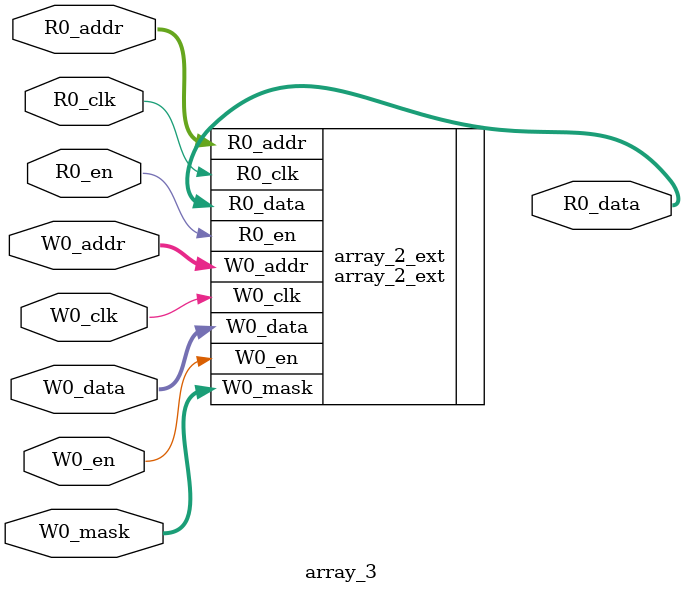
<source format=sv>
`ifndef RANDOMIZE
  `ifdef RANDOMIZE_MEM_INIT
    `define RANDOMIZE
  `endif // RANDOMIZE_MEM_INIT
`endif // not def RANDOMIZE
`ifndef RANDOMIZE
  `ifdef RANDOMIZE_REG_INIT
    `define RANDOMIZE
  `endif // RANDOMIZE_REG_INIT
`endif // not def RANDOMIZE

`ifndef RANDOM
  `define RANDOM $random
`endif // not def RANDOM

// Users can define INIT_RANDOM as general code that gets injected into the
// initializer block for modules with registers.
`ifndef INIT_RANDOM
  `define INIT_RANDOM
`endif // not def INIT_RANDOM

// If using random initialization, you can also define RANDOMIZE_DELAY to
// customize the delay used, otherwise 0.002 is used.
`ifndef RANDOMIZE_DELAY
  `define RANDOMIZE_DELAY 0.002
`endif // not def RANDOMIZE_DELAY

// Define INIT_RANDOM_PROLOG_ for use in our modules below.
`ifndef INIT_RANDOM_PROLOG_
  `ifdef RANDOMIZE
    `ifdef VERILATOR
      `define INIT_RANDOM_PROLOG_ `INIT_RANDOM
    `else  // VERILATOR
      `define INIT_RANDOM_PROLOG_ `INIT_RANDOM #`RANDOMIZE_DELAY begin end
    `endif // VERILATOR
  `else  // RANDOMIZE
    `define INIT_RANDOM_PROLOG_
  `endif // RANDOMIZE
`endif // not def INIT_RANDOM_PROLOG_

// Include register initializers in init blocks unless synthesis is set
`ifndef SYNTHESIS
  `ifndef ENABLE_INITIAL_REG_
    `define ENABLE_INITIAL_REG_
  `endif // not def ENABLE_INITIAL_REG_
`endif // not def SYNTHESIS

// Include rmemory initializers in init blocks unless synthesis is set
`ifndef SYNTHESIS
  `ifndef ENABLE_INITIAL_MEM_
    `define ENABLE_INITIAL_MEM_
  `endif // not def ENABLE_INITIAL_MEM_
`endif // not def SYNTHESIS

// Standard header to adapt well known macros for prints and assertions.

// Users can define 'PRINTF_COND' to add an extra gate to prints.
`ifndef PRINTF_COND_
  `ifdef PRINTF_COND
    `define PRINTF_COND_ (`PRINTF_COND)
  `else  // PRINTF_COND
    `define PRINTF_COND_ 1
  `endif // PRINTF_COND
`endif // not def PRINTF_COND_

// Users can define 'ASSERT_VERBOSE_COND' to add an extra gate to assert error printing.
`ifndef ASSERT_VERBOSE_COND_
  `ifdef ASSERT_VERBOSE_COND
    `define ASSERT_VERBOSE_COND_ (`ASSERT_VERBOSE_COND)
  `else  // ASSERT_VERBOSE_COND
    `define ASSERT_VERBOSE_COND_ 1
  `endif // ASSERT_VERBOSE_COND
`endif // not def ASSERT_VERBOSE_COND_

// Users can define 'STOP_COND' to add an extra gate to stop conditions.
`ifndef STOP_COND_
  `ifdef STOP_COND
    `define STOP_COND_ (`STOP_COND)
  `else  // STOP_COND
    `define STOP_COND_ 1
  `endif // STOP_COND
`endif // not def STOP_COND_

module array_3(	// ventus/src/SRAMTemplate/SRAMTemplate.scala:96:26
  input  [7:0]   R0_addr,
  input          R0_en,
                 R0_clk,
  output [255:0] R0_data,
  input  [7:0]   W0_addr,
  input          W0_en,
                 W0_clk,
  input  [255:0] W0_data,
  input  [1:0]   W0_mask
);

  array_2_ext array_2_ext (	// ventus/src/SRAMTemplate/SRAMTemplate.scala:96:26
    .R0_addr (R0_addr),
    .R0_en   (R0_en),
    .R0_clk  (R0_clk),
    .R0_data (R0_data),
    .W0_addr (W0_addr),
    .W0_en   (W0_en),
    .W0_clk  (W0_clk),
    .W0_data (W0_data),
    .W0_mask (W0_mask)
  );
endmodule


</source>
